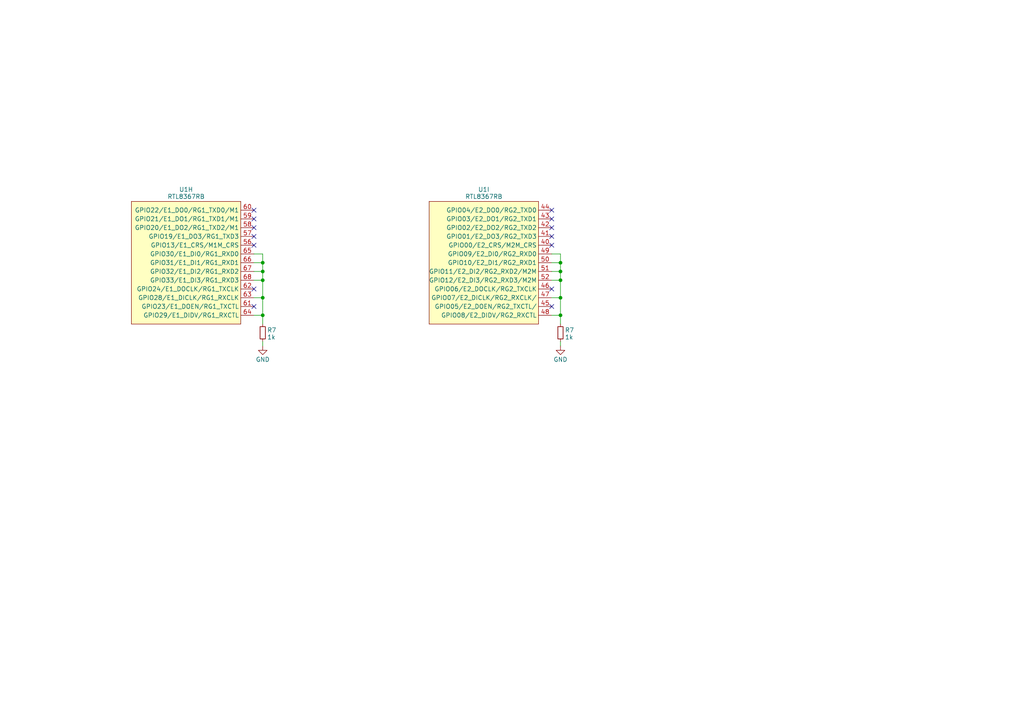
<source format=kicad_sch>
(kicad_sch (version 20230121) (generator eeschema)
  (paper "A4")
  (lib_symbols
    (symbol "Device:R_Small" (pin_numbers hide) (pin_names (offset 0.254) hide)
      (property "Reference" "R" (at 0.762 0.508 0))
      (property "Value" "R_Small" (at 0.762 -1.016 0))
      (symbol "R_Small_0_1"
        (rectangle (start -0.762 1.778) (end 0.762 -1.778) (stroke (width 0.2032)))
      )
      (symbol "R_Small_1_1"
        (pin passive line (at 0 2.54 270) (length 0.762) (name "~") (number "1"))
        (pin passive line (at 0 -2.54 90) (length 0.762) (name "~") (number "2"))
      )
    )
    (symbol "Ethernet_Switch_Realtek:RTL8367RB-VB"
      (property "Reference" "U" (at -3.81 19.05 0))
      (property "Value" "RTL8367RB" (at 5.08 19.05 0))
      (symbol "RTL8367RB-VB_1_0"
        (pin bidirectional line (at 16.51 6.35 180) (length 3.81) (name "P0MDIBN") (number "100"))
        (pin bidirectional line (at 16.51 2.54 180) (length 3.81) (name "P0MDICP") (number "102"))
        (pin bidirectional line (at 16.51 0 180) (length 3.81) (name "P0MDICN") (number "103"))
        (pin bidirectional line (at 16.51 -3.81 180) (length 3.81) (name "P0MDIDP") (number "104"))
        (pin bidirectional line (at 16.51 -6.35 180) (length 3.81) (name "P0MDIDN") (number "105"))
        (pin bidirectional line (at 16.51 -17.78 180) (length 3.81) (name "GPIO50/P0LED2/EN_PHY") (number "84"))
        (pin bidirectional line (at 16.51 -15.24 180) (length 3.81) (name "GPIO51/P0LED1/LED_DA") (number "85"))
        (pin bidirectional line (at 16.51 -12.7 180) (length 3.81) (name "GPIO52/P0LED0/LED_CK") (number "86"))
        (pin bidirectional line (at 16.51 15.24 180) (length 3.81) (name "P0MDIAP") (number "97"))
        (pin bidirectional line (at 16.51 12.7 180) (length 3.81) (name "P0MDIAN") (number "98"))
        (pin bidirectional line (at 16.51 8.89 180) (length 3.81) (name "P0MDIBP") (number "99"))
      )
      (symbol "RTL8367RB-VB_1_1"
        (rectangle (start -13.97 17.78) (end 12.7 -20.32) (fill (type background)))
      )
      (symbol "RTL8367RB-VB_2_0"
        (pin bidirectional line (at 16.51 15.24 180) (length 3.81) (name "P1MDIAP") (number "107"))
        (pin bidirectional line (at 16.51 12.7 180) (length 3.81) (name "P1MDIAN") (number "108"))
        (pin bidirectional line (at 16.51 8.89 180) (length 3.81) (name "P1MDIBP") (number "109"))
        (pin bidirectional line (at 16.51 6.35 180) (length 3.81) (name "P1MDIBN") (number "110"))
        (pin bidirectional line (at 16.51 2.54 180) (length 3.81) (name "P1MDICP") (number "112"))
        (pin bidirectional line (at 16.51 0 180) (length 3.81) (name "P1MDICN") (number "113"))
        (pin bidirectional line (at 16.51 -3.81 180) (length 3.81) (name "P1MDIDP") (number "114"))
        (pin bidirectional line (at 16.51 -6.35 180) (length 3.81) (name "P1MDIDN") (number "115"))
        (pin bidirectional line (at 16.51 -17.78 180) (length 3.81) (name "GPIO47/P1LED2/RESERVED") (number "81"))
        (pin bidirectional line (at 16.51 -12.7 180) (length 3.81) (name "GPIO48/P1LED0/MID29") (number "82"))
        (pin bidirectional line (at 16.51 -15.24 180) (length 3.81) (name "GPIO49/P1LED1") (number "83"))
      )
      (symbol "RTL8367RB-VB_2_1"
        (rectangle (start -15.24 17.78) (end 12.7 -20.32) (fill (type background)))
      )
      (symbol "RTL8367RB-VB_3_0"
        (pin bidirectional line (at 17.78 15.24 180) (length 3.81) (name "P2MDIAP") (number "120"))
        (pin bidirectional line (at 17.78 12.7 180) (length 3.81) (name "P2MDIAN") (number "121"))
        (pin bidirectional line (at 17.78 8.89 180) (length 3.81) (name "P2MDIBP") (number "122"))
        (pin bidirectional line (at 17.78 6.35 180) (length 3.81) (name "P2MDIBN") (number "123"))
        (pin bidirectional line (at 17.78 2.54 180) (length 3.81) (name "P2MDICP") (number "125"))
        (pin bidirectional line (at 17.78 0 180) (length 3.81) (name "P2MDICN") (number "126"))
        (pin bidirectional line (at 17.78 -3.81 180) (length 3.81) (name "P2MDIDP") (number "127"))
        (pin bidirectional line (at 17.78 -6.35 180) (length 3.81) (name "P2MDIDN") (number "128"))
        (pin bidirectional line (at 17.78 -17.78 180) (length 3.81) (name "GPIO44/P2LED2/DIS_8051") (number "78"))
        (pin bidirectional line (at 17.78 -12.7 180) (length 3.81) (name "GPIO45/P2LED0/DISAUTOLOAD") (number "79"))
        (pin bidirectional line (at 17.78 -15.24 180) (length 3.81) (name "GPIO46/P2LED1") (number "80"))
      )
      (symbol "RTL8367RB-VB_3_1"
        (rectangle (start -16.51 17.78) (end 13.97 -20.32) (fill (type background)))
      )
      (symbol "RTL8367RB-VB_4_0"
        (pin bidirectional line (at 19.05 -6.35 180) (length 3.81) (name "P3MDIDN") (number "10"))
        (pin bidirectional line (at 19.05 15.24 180) (length 3.81) (name "P3MDIAP") (number "2"))
        (pin bidirectional line (at 19.05 12.7 180) (length 3.81) (name "P3MDIAN") (number "3"))
        (pin bidirectional line (at 19.05 8.89 180) (length 3.81) (name "P3MDIBP") (number "4"))
        (pin bidirectional line (at 19.05 6.35 180) (length 3.81) (name "P3MDIBN") (number "5"))
        (pin bidirectional line (at 19.05 2.54 180) (length 3.81) (name "P3MDICP") (number "7"))
        (pin bidirectional line (at 19.05 -15.24 180) (length 3.81) (name "GPIO41/P3LED1") (number "75"))
        (pin bidirectional line (at 19.05 -17.78 180) (length 3.81) (name "GPIO42/P3LED2/EM_PWRLIGHT") (number "76"))
        (pin bidirectional line (at 19.05 -12.7 180) (length 3.81) (name "GPIO43/P3LED0/RESERVED") (number "77"))
        (pin bidirectional line (at 19.05 0 180) (length 3.81) (name "P3MDICN") (number "8"))
        (pin bidirectional line (at 19.05 -3.81 180) (length 3.81) (name "P3MDIDP") (number "9"))
      )
      (symbol "RTL8367RB-VB_4_1"
        (rectangle (start -15.24 17.78) (end 15.24 -20.32) (fill (type background)))
      )
      (symbol "RTL8367RB-VB_5_0"
        (pin bidirectional line (at 19.05 15.24 180) (length 3.81) (name "P4MDIAP") (number "24"))
        (pin bidirectional line (at 19.05 12.7 180) (length 3.81) (name "P4MDIAN") (number "25"))
        (pin bidirectional line (at 19.05 8.89 180) (length 3.81) (name "P4MDIBP") (number "26"))
        (pin bidirectional line (at 19.05 6.35 180) (length 3.81) (name "P4MDIBN") (number "27"))
        (pin bidirectional line (at 19.05 2.54 180) (length 3.81) (name "P4MDICP") (number "29"))
        (pin bidirectional line (at 19.05 0 180) (length 3.81) (name "P4MDICN") (number "30"))
        (pin bidirectional line (at 19.05 -3.81 180) (length 3.81) (name "P4MDIDP") (number "31"))
        (pin bidirectional line (at 19.05 -6.35 180) (length 3.81) (name "P4MDIDN") (number "32"))
        (pin bidirectional line (at 19.05 -17.78 180) (length 3.81) (name "GPIO38/P4LED2/DIS_SPIS") (number "72"))
        (pin bidirectional line (at 19.05 -12.7 180) (length 3.81) (name "GPIO39/P4LED0/EEPROM_MOD") (number "73"))
        (pin bidirectional line (at 19.05 -15.24 180) (length 3.81) (name "GPIO40/P4LED1") (number "74"))
      )
      (symbol "RTL8367RB-VB_5_1"
        (rectangle (start -15.24 17.78) (end 15.24 -20.32) (fill (type background)))
      )
      (symbol "RTL8367RB-VB_6_0"
        (pin no_connect line (at -3.81 -13.97 90) (length 3.81) (name "ATESTCK") (number "117"))
        (pin input line (at 21.59 -5.08 180) (length 3.81) (name "MDIREF") (number "13"))
        (pin no_connect line (at -8.89 -13.97 90) (length 3.81) (name "RTT1") (number "15"))
        (pin no_connect line (at -6.35 -13.97 90) (length 3.81) (name "RTT2") (number "16"))
        (pin bidirectional line (at -22.86 12.7 0) (length 3.81) (name "GPIO57/INTERRUPT") (number "19"))
        (pin bidirectional line (at 21.59 15.24 180) (length 3.81) (name "GPIO58/DIS_LPD") (number "20"))
        (pin no_connect line (at 8.89 -13.97 90) (length 3.81) (name "NC") (number "22"))
        (pin no_connect line (at -1.27 -13.97 90) (length 3.81) (name "RESERVED") (number "35"))
        (pin no_connect line (at 1.27 -13.97 90) (length 3.81) (name "RESERVED") (number "37"))
        (pin no_connect line (at 3.81 -13.97 90) (length 3.81) (name "NC") (number "38"))
        (pin no_connect line (at 6.35 -13.97 90) (length 3.81) (name "NC") (number "87"))
        (pin output line (at 21.59 5.08 180) (length 3.81) (name "XTALO") (number "89"))
        (pin input line (at 21.59 7.62 180) (length 3.81) (name "XTALI") (number "90"))
        (pin input line (at -22.86 15.24 0) (length 3.81) (name "nRESET") (number "91"))
        (pin bidirectional line (at -22.86 10.16 0) (length 3.81) (name "GPIO53/SPIS_nCSI") (number "92"))
        (pin bidirectional line (at -22.86 7.62 0) (length 3.81) (name "GPIO54/SPIS_CK/SCK/MDC") (number "93"))
        (pin bidirectional line (at -22.86 5.08 0) (length 3.81) (name "GPIO55/SPIS_DI/SDA/MDIO") (number "94"))
        (pin bidirectional line (at -22.86 2.54 0) (length 3.81) (name "GPIO56/SPIS_DO") (number "95"))
      )
      (symbol "RTL8367RB-VB_6_1"
        (rectangle (start -19.05 17.78) (end 17.78 -10.16) (fill (type background)))
      )
      (symbol "RTL8367RB-VB_7_0"
        (pin power_in line (at 5.08 35.56 270) (length 3.81) hide (name "AVDDH") (number "1"))
        (pin power_in line (at 8.89 35.56 270) (length 3.81) hide (name "AVDDL") (number "101"))
        (pin power_in line (at 5.08 35.56 270) (length 3.81) hide (name "AVDDH") (number "106"))
        (pin power_in line (at 5.08 35.56 270) (length 3.81) hide (name "AVDDH") (number "11"))
        (pin power_in line (at 8.89 35.56 270) (length 3.81) hide (name "AVDDL") (number "111"))
        (pin power_in line (at -5.08 35.56 270) (length 3.81) (name "PLLVDDL") (number "116"))
        (pin power_in line (at 6.35 5.08 90) (length 3.81) (name "PLLGND") (number "118"))
        (pin power_in line (at 5.08 35.56 270) (length 3.81) (name "AVDDH") (number "119"))
        (pin power_in line (at 1.27 5.08 90) (length 3.81) (name "AGND") (number "12"))
        (pin power_in line (at 8.89 35.56 270) (length 3.81) (name "AVDDL") (number "124"))
        (pin power_in line (at 3.81 5.08 90) (length 3.81) (name "GND") (number "129"))
        (pin power_in line (at 8.89 35.56 270) (length 3.81) hide (name "AVDDL") (number "14"))
        (pin power_in line (at 5.08 35.56 270) (length 3.81) hide (name "AVDDH") (number "17"))
        (pin power_in line (at -2.54 35.56 270) (length 3.81) hide (name "DVDDIO") (number "18"))
        (pin power_in line (at 11.43 35.56 270) (length 3.81) hide (name "DVDDL") (number "21"))
        (pin power_in line (at 5.08 35.56 270) (length 3.81) hide (name "AVDDH") (number "23"))
        (pin power_in line (at 8.89 35.56 270) (length 3.81) hide (name "AVDDL") (number "28"))
        (pin power_in line (at 5.08 35.56 270) (length 3.81) hide (name "AVDDH") (number "33"))
        (pin power_in line (at 8.89 35.56 270) (length 3.81) hide (name "AVDDL") (number "34"))
        (pin power_in line (at 5.08 35.56 270) (length 3.81) hide (name "AVDDH") (number "36"))
        (pin power_in line (at 2.54 35.56 270) (length 3.81) (name "DVDDIO_2") (number "39"))
        (pin power_in line (at 11.43 35.56 270) (length 3.81) hide (name "DVDDL") (number "53"))
        (pin power_in line (at 2.54 35.56 270) (length 3.81) hide (name "DVDDIO_2") (number "54"))
        (pin power_in line (at 0 35.56 270) (length 3.81) (name "DVDDIO_1") (number "55"))
        (pin power_in line (at 8.89 35.56 270) (length 3.81) hide (name "AVDDL") (number "6"))
        (pin power_in line (at 0 35.56 270) (length 3.81) hide (name "DVDDIO_1") (number "69"))
        (pin power_in line (at -2.54 35.56 270) (length 3.81) (name "DVDDIO") (number "70"))
        (pin power_in line (at 11.43 35.56 270) (length 3.81) (name "DVDDL") (number "71"))
        (pin power_in line (at 5.08 35.56 270) (length 3.81) hide (name "AVDDH") (number "88"))
        (pin power_in line (at 5.08 35.56 270) (length 3.81) hide (name "AVDDH") (number "96"))
      )
      (symbol "RTL8367RB-VB_7_1"
        (rectangle (start -7.62 31.75) (end 13.97 8.89) (fill (type background)))
      )
      (symbol "RTL8367RB-VB_8_0"
        (pin bidirectional line (at 20.32 5.08 180) (length 3.81) (name "GPIO13/E1_CRS/M1M_CRS") (number "56"))
        (pin bidirectional line (at 20.32 7.62 180) (length 3.81) (name "GPIO19/E1_DO3/RG1_TXD3") (number "57"))
        (pin bidirectional line (at 20.32 10.16 180) (length 3.81) (name "GPIO20/E1_DO2/RG1_TXD2/M1") (number "58"))
        (pin bidirectional line (at 20.32 12.7 180) (length 3.81) (name "GPIO21/E1_DO1/RG1_TXD1/M1") (number "59"))
        (pin bidirectional line (at 20.32 15.24 180) (length 3.81) (name "GPIO22/E1_DO0/RG1_TXD0/M1") (number "60"))
        (pin bidirectional line (at 20.32 -12.7 180) (length 3.81) (name "GPIO23/E1_DOEN/RG1_TXCTL") (number "61"))
        (pin bidirectional line (at 20.32 -7.62 180) (length 3.81) (name "GPIO24/E1_DOCLK/RG1_TXCLK") (number "62"))
        (pin bidirectional line (at 20.32 -10.16 180) (length 3.81) (name "GPIO28/E1_DICLK/RG1_RXCLK") (number "63"))
        (pin bidirectional line (at 20.32 -15.24 180) (length 3.81) (name "GPIO29/E1_DIDV/RG1_RXCTL") (number "64"))
        (pin bidirectional line (at 20.32 2.54 180) (length 3.81) (name "GPIO30/E1_DI0/RG1_RXD0") (number "65"))
        (pin bidirectional line (at 20.32 0 180) (length 3.81) (name "GPIO31/E1_DI1/RG1_RXD1") (number "66"))
        (pin bidirectional line (at 20.32 -2.54 180) (length 3.81) (name "GPIO32/E1_DI2/RG1_RXD2") (number "67"))
        (pin bidirectional line (at 20.32 -5.08 180) (length 3.81) (name "GPIO33/E1_DI3/RG1_RXD3") (number "68"))
      )
      (symbol "RTL8367RB-VB_8_1"
        (rectangle (start -15.24 17.78) (end 16.51 -17.78) (fill (type background)))
      )
      (symbol "RTL8367RB-VB_9_0"
        (pin bidirectional line (at 20.32 5.08 180) (length 3.81) (name "GPIO00/E2_CRS/M2M_CRS") (number "40"))
        (pin bidirectional line (at 20.32 7.62 180) (length 3.81) (name "GPIO01/E2_DO3/RG2_TXD3") (number "41"))
        (pin bidirectional line (at 20.32 10.16 180) (length 3.81) (name "GPIO02/E2_DO2/RG2_TXD2") (number "42"))
        (pin bidirectional line (at 20.32 12.7 180) (length 3.81) (name "GPIO03/E2_DO1/RG2_TXD1") (number "43"))
        (pin bidirectional line (at 20.32 15.24 180) (length 3.81) (name "GPIO04/E2_DO0/RG2_TXD0") (number "44"))
        (pin bidirectional line (at 20.32 -12.7 180) (length 3.81) (name "GPIO05/E2_DOEN/RG2_TXCTL/") (number "45"))
        (pin bidirectional line (at 20.32 -7.62 180) (length 3.81) (name "GPIO06/E2_DOCLK/RG2_TXCLK") (number "46"))
        (pin bidirectional line (at 20.32 -10.16 180) (length 3.81) (name "GPIO07/E2_DICLK/RG2_RXCLK/") (number "47"))
        (pin bidirectional line (at 20.32 -15.24 180) (length 3.81) (name "GPIO08/E2_DIDV/RG2_RXCTL") (number "48"))
        (pin bidirectional line (at 20.32 2.54 180) (length 3.81) (name "GPIO09/E2_DI0/RG2_RXD0") (number "49"))
        (pin bidirectional line (at 20.32 0 180) (length 3.81) (name "GPIO10/E2_DI1/RG2_RXD1") (number "50"))
        (pin bidirectional line (at 20.32 -2.54 180) (length 3.81) (name "GPIO11/E2_DI2/RG2_RXD2/M2M") (number "51"))
        (pin bidirectional line (at 20.32 -5.08 180) (length 3.81) (name "GPIO12/E2_DI3/RG2_RXD3/M2M") (number "52"))
      )
      (symbol "RTL8367RB-VB_9_1"
        (rectangle (start -15.24 17.78) (end 16.51 -17.78) (fill (type background)))
      )
    )
    (symbol "power:GND" (power) (pin_names (offset 0))
      (property "Value" "GND" (at 0 -3.81 0))
      (symbol "GND_0_1"
        (polyline (pts (xy 0 0) (xy 0 -1.27) (xy 1.27 -1.27) (xy 0 -2.54) (xy -1.27 -1.27) (xy 0 -1.27)))
      )
      (symbol "GND_1_1"
        (pin power_in line (at 0 0 270) (length 0) hide (name "GND") (number "1"))
      )
    )
  )
  (junction (at 76.2 76.2))
  (junction (at 162.56 91.44))
  (junction (at 76.2 91.44))
  (junction (at 162.56 81.28))
  (junction (at 162.56 86.36))
  (junction (at 76.2 81.28))
  (junction (at 76.2 78.74))
  (junction (at 162.56 78.74))
  (junction (at 162.56 76.2))
  (junction (at 76.2 86.36))
  (no_connect (at 160.02 60.96))
  (no_connect (at 73.66 66.04))
  (no_connect (at 160.02 71.12))
  (no_connect (at 160.02 66.04))
  (no_connect (at 73.66 88.9))
  (no_connect (at 73.66 60.96))
  (no_connect (at 160.02 68.58))
  (no_connect (at 160.02 63.5))
  (no_connect (at 73.66 71.12))
  (no_connect (at 160.02 83.82))
  (no_connect (at 160.02 88.9))
  (no_connect (at 73.66 68.58))
  (no_connect (at 73.66 63.5))
  (no_connect (at 73.66 83.82))
  (wire (pts (xy 76.2 99.06) (xy 76.2 100.33)))
  (wire (pts (xy 162.56 93.98) (xy 162.56 91.44)))
  (wire (pts (xy 162.56 81.28) (xy 162.56 78.74)))
  (wire (pts (xy 160.02 91.44) (xy 162.56 91.44)))
  (wire (pts (xy 76.2 86.36) (xy 73.66 86.36)))
  (wire (pts (xy 76.2 86.36) (xy 76.2 81.28)))
  (wire (pts (xy 162.56 86.36) (xy 160.02 86.36)))
  (wire (pts (xy 73.66 76.2) (xy 76.2 76.2)))
  (wire (pts (xy 162.56 76.2) (xy 162.56 78.74)))
  (wire (pts (xy 162.56 73.66) (xy 162.56 76.2)))
  (wire (pts (xy 162.56 81.28) (xy 160.02 81.28)))
  (wire (pts (xy 162.56 99.06) (xy 162.56 100.33)))
  (wire (pts (xy 73.66 91.44) (xy 76.2 91.44)))
  (wire (pts (xy 76.2 93.98) (xy 76.2 91.44)))
  (wire (pts (xy 76.2 91.44) (xy 76.2 86.36)))
  (wire (pts (xy 162.56 78.74) (xy 160.02 78.74)))
  (wire (pts (xy 76.2 81.28) (xy 76.2 78.74)))
  (wire (pts (xy 76.2 73.66) (xy 76.2 76.2)))
  (wire (pts (xy 73.66 73.66) (xy 76.2 73.66)))
  (wire (pts (xy 160.02 73.66) (xy 162.56 73.66)))
  (wire (pts (xy 76.2 81.28) (xy 73.66 81.28)))
  (wire (pts (xy 160.02 76.2) (xy 162.56 76.2)))
  (wire (pts (xy 76.2 78.74) (xy 73.66 78.74)))
  (wire (pts (xy 76.2 76.2) (xy 76.2 78.74)))
  (wire (pts (xy 162.56 91.44) (xy 162.56 86.36)))
  (wire (pts (xy 162.56 86.36) (xy 162.56 81.28)))
  (symbol (lib_id "Device:R_Small") (at 76.2 96.52 0) (unit 1)
    (property "Reference" "R7" (at 77.47 95.742 0) (effects (justify left)))
    (property "Value" "1k" (at 77.47 97.79 0) (effects (justify left)))
    (property "Footprint" "Resistor_SMD:R_0402_1005Metric" (effects hide))
    (property "LCSC" "C11702" (effects hide))
    (instances (project "OpenHomeSwitch" (path "" (reference "R7") (unit 1)) (path "" (reference "R38") (unit 1)) (path "" (reference "R55") (unit 1))))
  )
  (symbol (lib_id "power:GND") (at 162.56 100.33 0) (unit 1)
    (property "Reference" "#PWR086" (effects hide))
    (property "Value" "GND" (at 162.56 104.275 0))
  )
  (symbol (lib_id "Device:R_Small") (at 162.56 96.52 0) (unit 1)
    (property "Reference" "R7" (at 163.83 95.742 0) (effects (justify left)))
    (property "Value" "1k" (at 163.83 97.79 0) (effects (justify left)))
    (property "Footprint" "Resistor_SMD:R_0402_1005Metric" (effects hide))
    (property "LCSC" "C11702" (effects hide))
    (instances (project "OpenHomeSwitch" (path "" (reference "R7") (unit 1)) (path "" (reference "R38") (unit 1)) (path "" (reference "R56") (unit 1))))
  )
  (symbol (lib_id "power:GND") (at 76.2 100.33 0) (unit 1)
    (property "Reference" "#PWR085" (effects hide))
    (property "Value" "GND" (at 76.2 104.275 0))
  )
  (symbol (lib_id "Ethernet_Switch_Realtek:RTL8367RB-VB") (at 53.34 76.2 0) (unit 8)
    (property "Reference" "U1" (at 53.975 54.967 0))
    (property "Value" "RTL8367RB" (at 53.975 57.015 0))
    (property "Footprint" "Package_QFP_Realtek:LQFP-128_14x14mm_P0.4mm_EP_5.5x5.5mm" (effects hide))
    (property "LCSC" "C2761412" (effects hide))
  )
  (symbol (lib_id "Ethernet_Switch_Realtek:RTL8367RB-VB") (at 139.7 76.2 0) (unit 9)
    (property "Reference" "U1" (at 140.335 54.967 0))
    (property "Value" "RTL8367RB" (at 140.335 57.015 0))
    (property "Footprint" "Package_QFP_Realtek:LQFP-128_14x14mm_P0.4mm_EP_5.5x5.5mm" (effects hide))
    (property "LCSC" "C2761412" (effects hide))
  )
)
</source>
